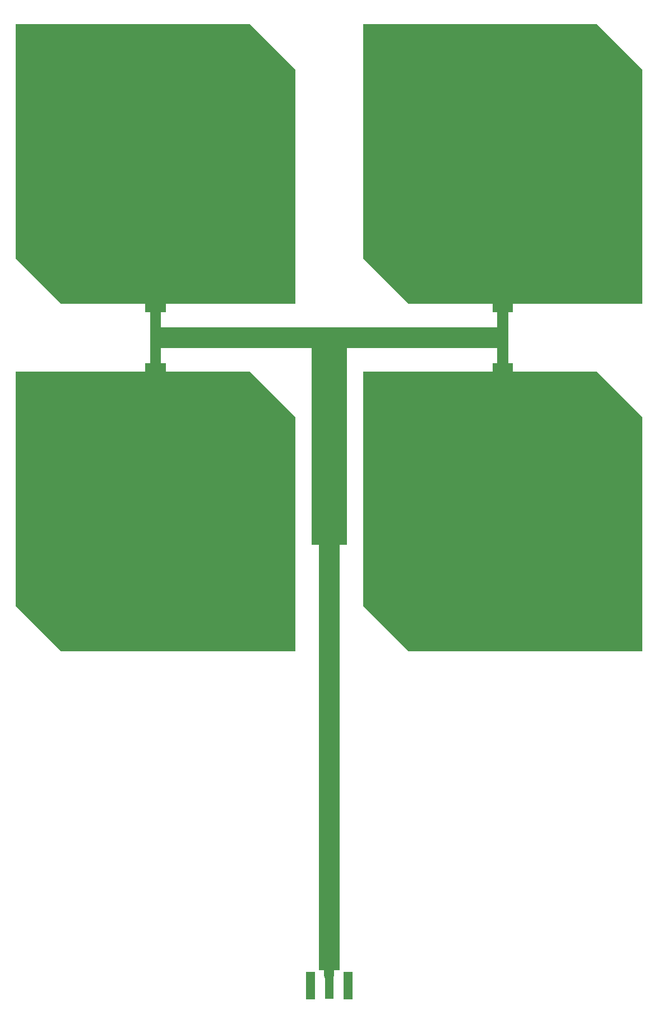
<source format=gtl>
G04 Filename: patchArray2x2.gtl*
G04 FileFunction: Copper,L1,Top,Signal*
G04 Part: Single*
G04 ProjectId: patchArray2x2,3612FF9035D002ABA784B3A25AC1EC76,1*
G04 GenerationSoftware: MathWorks,MATLAB,23.2.0.2320655 (R2023b) Prerelease Update 3*
G04 CreationDate: 2023-12-23T21:13:90-0500*
G04 FilePolarity: Positive*
%FSLAX16Y16*%
%MOIN*%
%ADD10C,0.05905511811*%  G04 Connect signal to connector*
G04 Antenna metal layer 1*
%LPD*%
G01*
G36*
X-1864025Y1864025D02*
X-0471164D01*
X-0201414Y1594275D01*
Y0201414D01*
X-0971463D01*
Y0151060D01*
X-1000144D01*
Y0061257D01*
X-0104714D01*
X-0104714Y0061257D01*
X0104714D01*
X0104714Y0061257D01*
X1000144D01*
Y0151060D01*
X0971463D01*
Y0201414D01*
X0471164D01*
X0201414Y0471164D01*
Y1864025D01*
X1594275D01*
X1864025Y1594275D01*
Y0201414D01*
X1093976D01*
Y0151060D01*
X1065295D01*
Y-0151060D01*
X1093976D01*
Y-0201414D01*
X1594275D01*
X1864025Y-0471164D01*
Y-1864025D01*
X0471164D01*
X0201414Y-1594275D01*
Y-0201414D01*
X0971463D01*
Y-0151060D01*
X1000144D01*
Y-0061257D01*
X0104714D01*
Y-1232128D01*
X0061257D01*
Y-3818898D01*
X-0061257D01*
Y-1232128D01*
X-0104714D01*
Y-0061257D01*
X-1000144D01*
Y-0151060D01*
X-0971463D01*
Y-0201414D01*
X-0471164D01*
X-0201414Y-0471164D01*
Y-1864025D01*
X-1594275D01*
X-1864025Y-1594275D01*
Y-0201414D01*
X-1093976D01*
Y-0151060D01*
X-1065295D01*
Y0151060D01*
X-1093976D01*
Y0201414D01*
X-1594275D01*
X-1864025Y0471164D01*
Y1864025D01*
G37*
G04 Add SMAEdge connector*
G04  - Remove copper from signal plane*
%LPC*%
G36*
X-0147638Y-3937008D02*
X0147638D01*
Y-3761811D01*
X-0147638D01*
Y-3937008D01*
D02*
G37*
G04  - Add pads*
%LPD*%
G36*
X-0137795D02*
X-0084646D01*
Y-3771654D01*
X-0137795D01*
Y-3937008D01*
D02*
G37*
G36*
X0084646D02*
X0137795D01*
Y-3771654D01*
X0084646D01*
Y-3937008D01*
D02*
G37*
G36*
X-0025000Y-3933071D02*
X0025000D01*
Y-3787402D01*
X-0025000D01*
Y-3933071D01*
D02*
G37*
G04  - Add traces*
D10*
X0000000Y-3761811D02*
Y-3791339D01*
G04 MD5: c12c8682b959abf126f2ad7207f2813cbae81cfa5d7af2601188b1696046f516bad46d256e3bf96ac89693a21169072ea6745ba159c8707a3f61b4fc54ba*
M02*

</source>
